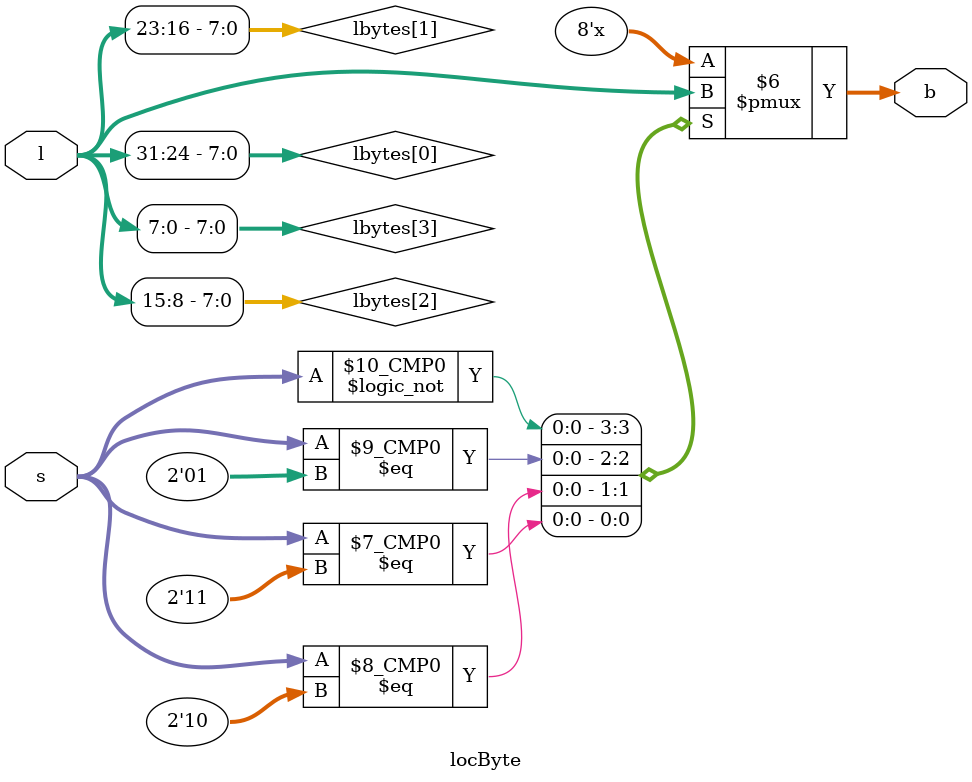
<source format=v>
`timescale 1ns / 1ps

`define polVESA 1'd1
`define hfpVESA 11'd48
`define hbpVESA 11'd160
`define hvaVESA 11'd408
`define hwlVESA 11'd1688
`define vfpVESA 11'd1
`define vbpVESA 11'd4
`define vvaVESA 11'd42
`define vwfVESA 11'd1066

`define polXGA 1'd0
`define hfpXGA 11'd24
`define hbpXGA 11'd160
`define hvaXGA 11'd320
`define hwlXGA 11'd1344
`define vfpXGA 11'd3
`define vbpXGA 11'd9
`define vvaXGA 11'd38
`define vwfXGA 11'd806

`define polSVGA 1'd1
`define hfpSVGA 11'd40
`define hbpSVGA 11'd168
`define hvaSVGA 11'd256
`define hwlSVGA 11'd1056
`define vfpSVGA 11'd1
`define vbpSVGA 11'd5
`define vvaSVGA 11'd28
`define vwfSVGA 11'd628

`define polVGA 1'd0
`define hfpVGA 11'd16
`define hbpVGA 11'd112
`define hvaVGA 11'd160
`define hwlVGA 11'd800
`define vfpVGA 11'd10
`define vbpVGA 11'd12
`define vvaVGA 11'd45
`define vwfVGA 11'd525

module ALL(
	input  wire       clk,
	input  wire [1:0] sw,
	output wire [3:0] vgaRed,
	output wire [3:0] vgaGreen,
	output wire [3:0] vgaBlue,
	output wire       Hsync,
	output wire       Vsync
);
	
	reg  [ 1:0] rez;

	wire        hsync [3:0];
	wire        vsync [3:0];
	wire [ 3:0] red   [3:0];
	wire [ 3:0] green [3:0];
	wire [ 3:0] blue  [3:0];
	wire [10:0] vcount[3:0];
	wire [10:0] hcount[3:0];

	assign vgaRed   =   red[rez];
	assign vgaGreen = green[rez];
	assign vgaBlue  =  blue[rez];
	assign Hsync    = hsync[rez];
	assign Vsync    = vsync[rez];

	always@(*)begin
		if((hcount[rez]==1)&&(vcount[rez]==1))begin
			rez=sw;
		end
	end
	
	vgaClock vc(clk,MHz25,MHz40,MHz65,MHz108);
	
	Display vga(MHz25,red[0],green[0],blue[0],
		hsync[0],vsync[0],hcount[0],vcount[0],
		`polVGA,`hfpVGA,`hbpVGA,`hvaVGA,`hwlVGA,
		`vfpVGA,`vbpVGA,`vvaVGA,`vwfVGA
	);
	
	Display svga(MHz40,red[1],green[1],blue[1],
		hsync[1],vsync[1],hcount[1],vcount[1],
		`polSVGA,`hfpSVGA,`hbpSVGA,`hvaSVGA,`hwlSVGA,
		`vfpSVGA,`vbpSVGA,`vvaSVGA,`vwfSVGA
	);
	
	Display xga(MHz65,red[2],green[2],blue[2],
		hsync[2],vsync[2],hcount[2],vcount[2],
		`polXGA,`hfpXGA,`hbpXGA,`hvaXGA,`hwlXGA,
		`vfpXGA,`vbpXGA,`vvaXGA,`vwfXGA
	);
	
	Display vesa(MHz108,red[3],green[3],blue[3],
		hsync[3],vsync[3],hcount[3],vcount[3],
		`polVESA,`hfpVESA,`hbpVESA,`hvaVESA,`hwlVESA,
		`vfpVESA,`vbpVESA,`vvaVESA,`vwfVESA
	);
	
endmodule 

module Display(
	input  wire        clock,
	output wire [ 3:0] vgaRed,
	output wire [ 3:0] vgaGreen,
	output wire [ 3:0] vgaBlue,
	output reg         Hsync,
	output reg         Vsync,
	output reg  [10:0] hCount,
	output reg  [10:0] vCount,
	input  wire        POL,
	input  wire [10:0] HFP,
	input  wire [10:0] HBP,
	input  wire [10:0] HVA,
	input  wire [10:0] HWL,
	input  wire [10:0] VFP,
	input  wire [10:0] VBP,
	input  wire [10:0] VVA,
	input  wire [10:0] VWF
);

	reg	[ 6:0]	char;
	reg	[11:0]	color;
	reg	[31:0]	data;
	reg		flip;
	reg	[ 7:0]	locb;
	reg	[11:0]	off;
	reg	[11:0]	on;
	reg	[ 7:0]	temp;

	wire	[14:0]	address;
	wire	[ 2:0]	col;
	wire	[31:0]	early;
	wire	[ 3:0]	hex;
	wire	[ 3:0]	i;
	wire	[ 7:0]	pixels;
	wire	[ 2:0]	row;
	wire	[12:0]	x;
	wire	[10:0]	y;

	assign x 	= hCount-HVA+12'd8;
	assign y	= vCount-VVA;
	assign col 	= x[2:0];
	assign row	= y[2:0];
	assign address	= (y[9:3]<<8)+x[12:3]+13'd1;
	assign vgaRed	= color[11:8];
	assign vgaGreen = color[7:4];
	assign vgaBlue  = color[3:0];

	CharSet acs(clock,temp,early);
	locByte loc(data,row[1:0],pixels);

	initial begin
		Hsync	<= ~POL;
		Vsync	<= ~POL;
		char	<= 7'd0;
		color	<=12'd0;
		data	<=32'd0;
		hCount	<=11'd0;
		on	<=12'd0;
		off	<=12'd0;
		temp	<= 8'd0;
		vCount	<=10'd0;
	end
	
	always @ (posedge clock) begin
		if((vCount<VVA)||(hCount<HVA))begin
			color<=12'd0;
		end else begin
			if(flip)begin
				color<=pixels[~col]?off:on;
			end else begin
				color<=pixels[~col]?on:off;
			end
		end
		if((hCount>=HFP)&&(hCount<HBP))begin
			Hsync<=POL;
		end else begin
			Hsync<=~POL;
		end
		if((vCount>=VFP)&&(vCount<VBP))begin
			Vsync<=POL;
		end else begin
			Vsync<=~POL;
		end
		if(hCount<HWL)
			hCount<=hCount+10'd1;
		else begin
			hCount<=10'd1;
			if(vCount<VWF)begin
				vCount<=vCount+10'd1;
			end else begin
				vCount<=10'd1;
			end
		end
		if(x[2:0]==3'd6)begin
			temp	<=(address[6:0]<<1)|row[2];;
		end else if(x[2:0]==3'd7)begin
			data	<= early;
			flip	<= address[7];
			off	<= address[11:0];
			on	<=~address[11:0];
		end
	end
endmodule

module locByte(
	input	wire [31:0] l,
	input 	wire [ 1:0] s,
	output	wire [ 7:0] b
);
	wire[7:0]lbytes[3:0];
	
	assign lbytes[0]=l[31:24];
	assign lbytes[1]=l[23:16];
	assign lbytes[2]=l[15: 8];
	assign lbytes[3]=l[ 7: 0];
	
	assign b=lbytes[s];
	
endmodule 

</source>
